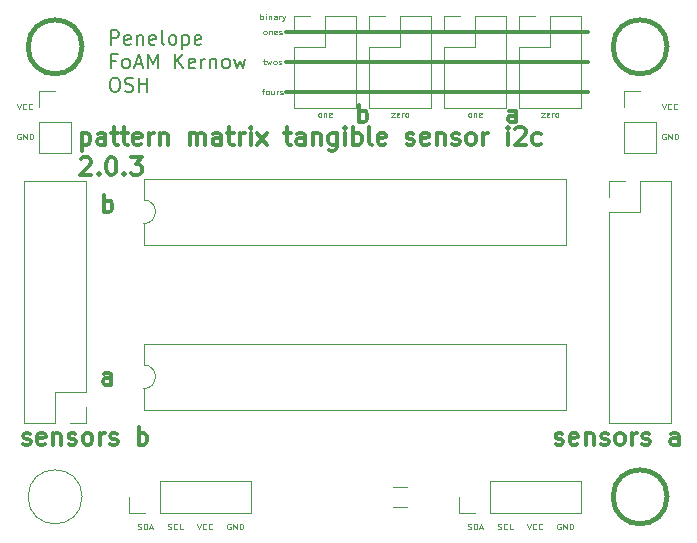
<source format=gto>
G04 #@! TF.FileFunction,Legend,Top*
%FSLAX46Y46*%
G04 Gerber Fmt 4.6, Leading zero omitted, Abs format (unit mm)*
G04 Created by KiCad (PCBNEW 4.0.7-e2-6376~58~ubuntu14.04.1) date Sat Apr 21 17:25:06 2018*
%MOMM*%
%LPD*%
G01*
G04 APERTURE LIST*
%ADD10C,0.100000*%
%ADD11C,0.300000*%
%ADD12C,0.200000*%
%ADD13C,0.120000*%
%ADD14C,0.381000*%
G04 APERTURE END LIST*
D10*
X229203334Y-131806190D02*
X229370001Y-132306190D01*
X229536667Y-131806190D01*
X229989048Y-132258571D02*
X229965238Y-132282381D01*
X229893810Y-132306190D01*
X229846191Y-132306190D01*
X229774762Y-132282381D01*
X229727143Y-132234762D01*
X229703334Y-132187143D01*
X229679524Y-132091905D01*
X229679524Y-132020476D01*
X229703334Y-131925238D01*
X229727143Y-131877619D01*
X229774762Y-131830000D01*
X229846191Y-131806190D01*
X229893810Y-131806190D01*
X229965238Y-131830000D01*
X229989048Y-131853810D01*
X230489048Y-132258571D02*
X230465238Y-132282381D01*
X230393810Y-132306190D01*
X230346191Y-132306190D01*
X230274762Y-132282381D01*
X230227143Y-132234762D01*
X230203334Y-132187143D01*
X230179524Y-132091905D01*
X230179524Y-132020476D01*
X230203334Y-131925238D01*
X230227143Y-131877619D01*
X230274762Y-131830000D01*
X230346191Y-131806190D01*
X230393810Y-131806190D01*
X230465238Y-131830000D01*
X230489048Y-131853810D01*
X174593334Y-131806190D02*
X174760001Y-132306190D01*
X174926667Y-131806190D01*
X175379048Y-132258571D02*
X175355238Y-132282381D01*
X175283810Y-132306190D01*
X175236191Y-132306190D01*
X175164762Y-132282381D01*
X175117143Y-132234762D01*
X175093334Y-132187143D01*
X175069524Y-132091905D01*
X175069524Y-132020476D01*
X175093334Y-131925238D01*
X175117143Y-131877619D01*
X175164762Y-131830000D01*
X175236191Y-131806190D01*
X175283810Y-131806190D01*
X175355238Y-131830000D01*
X175379048Y-131853810D01*
X175879048Y-132258571D02*
X175855238Y-132282381D01*
X175783810Y-132306190D01*
X175736191Y-132306190D01*
X175664762Y-132282381D01*
X175617143Y-132234762D01*
X175593334Y-132187143D01*
X175569524Y-132091905D01*
X175569524Y-132020476D01*
X175593334Y-131925238D01*
X175617143Y-131877619D01*
X175664762Y-131830000D01*
X175736191Y-131806190D01*
X175783810Y-131806190D01*
X175855238Y-131830000D01*
X175879048Y-131853810D01*
X229489047Y-134370000D02*
X229441428Y-134346190D01*
X229370000Y-134346190D01*
X229298571Y-134370000D01*
X229250952Y-134417619D01*
X229227143Y-134465238D01*
X229203333Y-134560476D01*
X229203333Y-134631905D01*
X229227143Y-134727143D01*
X229250952Y-134774762D01*
X229298571Y-134822381D01*
X229370000Y-134846190D01*
X229417619Y-134846190D01*
X229489047Y-134822381D01*
X229512857Y-134798571D01*
X229512857Y-134631905D01*
X229417619Y-134631905D01*
X229727143Y-134846190D02*
X229727143Y-134346190D01*
X230012857Y-134846190D01*
X230012857Y-134346190D01*
X230250953Y-134846190D02*
X230250953Y-134346190D01*
X230370000Y-134346190D01*
X230441429Y-134370000D01*
X230489048Y-134417619D01*
X230512857Y-134465238D01*
X230536667Y-134560476D01*
X230536667Y-134631905D01*
X230512857Y-134727143D01*
X230489048Y-134774762D01*
X230441429Y-134822381D01*
X230370000Y-134846190D01*
X230250953Y-134846190D01*
X174879047Y-134370000D02*
X174831428Y-134346190D01*
X174760000Y-134346190D01*
X174688571Y-134370000D01*
X174640952Y-134417619D01*
X174617143Y-134465238D01*
X174593333Y-134560476D01*
X174593333Y-134631905D01*
X174617143Y-134727143D01*
X174640952Y-134774762D01*
X174688571Y-134822381D01*
X174760000Y-134846190D01*
X174807619Y-134846190D01*
X174879047Y-134822381D01*
X174902857Y-134798571D01*
X174902857Y-134631905D01*
X174807619Y-134631905D01*
X175117143Y-134846190D02*
X175117143Y-134346190D01*
X175402857Y-134846190D01*
X175402857Y-134346190D01*
X175640953Y-134846190D02*
X175640953Y-134346190D01*
X175760000Y-134346190D01*
X175831429Y-134370000D01*
X175879048Y-134417619D01*
X175902857Y-134465238D01*
X175926667Y-134560476D01*
X175926667Y-134631905D01*
X175902857Y-134727143D01*
X175879048Y-134774762D01*
X175831429Y-134822381D01*
X175760000Y-134846190D01*
X175640953Y-134846190D01*
X189833334Y-167366190D02*
X190000001Y-167866190D01*
X190166667Y-167366190D01*
X190619048Y-167818571D02*
X190595238Y-167842381D01*
X190523810Y-167866190D01*
X190476191Y-167866190D01*
X190404762Y-167842381D01*
X190357143Y-167794762D01*
X190333334Y-167747143D01*
X190309524Y-167651905D01*
X190309524Y-167580476D01*
X190333334Y-167485238D01*
X190357143Y-167437619D01*
X190404762Y-167390000D01*
X190476191Y-167366190D01*
X190523810Y-167366190D01*
X190595238Y-167390000D01*
X190619048Y-167413810D01*
X191119048Y-167818571D02*
X191095238Y-167842381D01*
X191023810Y-167866190D01*
X190976191Y-167866190D01*
X190904762Y-167842381D01*
X190857143Y-167794762D01*
X190833334Y-167747143D01*
X190809524Y-167651905D01*
X190809524Y-167580476D01*
X190833334Y-167485238D01*
X190857143Y-167437619D01*
X190904762Y-167390000D01*
X190976191Y-167366190D01*
X191023810Y-167366190D01*
X191095238Y-167390000D01*
X191119048Y-167413810D01*
X192659047Y-167390000D02*
X192611428Y-167366190D01*
X192540000Y-167366190D01*
X192468571Y-167390000D01*
X192420952Y-167437619D01*
X192397143Y-167485238D01*
X192373333Y-167580476D01*
X192373333Y-167651905D01*
X192397143Y-167747143D01*
X192420952Y-167794762D01*
X192468571Y-167842381D01*
X192540000Y-167866190D01*
X192587619Y-167866190D01*
X192659047Y-167842381D01*
X192682857Y-167818571D01*
X192682857Y-167651905D01*
X192587619Y-167651905D01*
X192897143Y-167866190D02*
X192897143Y-167366190D01*
X193182857Y-167866190D01*
X193182857Y-167366190D01*
X193420953Y-167866190D02*
X193420953Y-167366190D01*
X193540000Y-167366190D01*
X193611429Y-167390000D01*
X193659048Y-167437619D01*
X193682857Y-167485238D01*
X193706667Y-167580476D01*
X193706667Y-167651905D01*
X193682857Y-167747143D01*
X193659048Y-167794762D01*
X193611429Y-167842381D01*
X193540000Y-167866190D01*
X193420953Y-167866190D01*
D11*
X180062143Y-134293571D02*
X180062143Y-135793571D01*
X180062143Y-134365000D02*
X180205000Y-134293571D01*
X180490714Y-134293571D01*
X180633571Y-134365000D01*
X180705000Y-134436429D01*
X180776429Y-134579286D01*
X180776429Y-135007857D01*
X180705000Y-135150714D01*
X180633571Y-135222143D01*
X180490714Y-135293571D01*
X180205000Y-135293571D01*
X180062143Y-135222143D01*
X182062143Y-135293571D02*
X182062143Y-134507857D01*
X181990714Y-134365000D01*
X181847857Y-134293571D01*
X181562143Y-134293571D01*
X181419286Y-134365000D01*
X182062143Y-135222143D02*
X181919286Y-135293571D01*
X181562143Y-135293571D01*
X181419286Y-135222143D01*
X181347857Y-135079286D01*
X181347857Y-134936429D01*
X181419286Y-134793571D01*
X181562143Y-134722143D01*
X181919286Y-134722143D01*
X182062143Y-134650714D01*
X182562143Y-134293571D02*
X183133572Y-134293571D01*
X182776429Y-133793571D02*
X182776429Y-135079286D01*
X182847857Y-135222143D01*
X182990715Y-135293571D01*
X183133572Y-135293571D01*
X183419286Y-134293571D02*
X183990715Y-134293571D01*
X183633572Y-133793571D02*
X183633572Y-135079286D01*
X183705000Y-135222143D01*
X183847858Y-135293571D01*
X183990715Y-135293571D01*
X185062143Y-135222143D02*
X184919286Y-135293571D01*
X184633572Y-135293571D01*
X184490715Y-135222143D01*
X184419286Y-135079286D01*
X184419286Y-134507857D01*
X184490715Y-134365000D01*
X184633572Y-134293571D01*
X184919286Y-134293571D01*
X185062143Y-134365000D01*
X185133572Y-134507857D01*
X185133572Y-134650714D01*
X184419286Y-134793571D01*
X185776429Y-135293571D02*
X185776429Y-134293571D01*
X185776429Y-134579286D02*
X185847857Y-134436429D01*
X185919286Y-134365000D01*
X186062143Y-134293571D01*
X186205000Y-134293571D01*
X186705000Y-134293571D02*
X186705000Y-135293571D01*
X186705000Y-134436429D02*
X186776428Y-134365000D01*
X186919286Y-134293571D01*
X187133571Y-134293571D01*
X187276428Y-134365000D01*
X187347857Y-134507857D01*
X187347857Y-135293571D01*
X189205000Y-135293571D02*
X189205000Y-134293571D01*
X189205000Y-134436429D02*
X189276428Y-134365000D01*
X189419286Y-134293571D01*
X189633571Y-134293571D01*
X189776428Y-134365000D01*
X189847857Y-134507857D01*
X189847857Y-135293571D01*
X189847857Y-134507857D02*
X189919286Y-134365000D01*
X190062143Y-134293571D01*
X190276428Y-134293571D01*
X190419286Y-134365000D01*
X190490714Y-134507857D01*
X190490714Y-135293571D01*
X191847857Y-135293571D02*
X191847857Y-134507857D01*
X191776428Y-134365000D01*
X191633571Y-134293571D01*
X191347857Y-134293571D01*
X191205000Y-134365000D01*
X191847857Y-135222143D02*
X191705000Y-135293571D01*
X191347857Y-135293571D01*
X191205000Y-135222143D01*
X191133571Y-135079286D01*
X191133571Y-134936429D01*
X191205000Y-134793571D01*
X191347857Y-134722143D01*
X191705000Y-134722143D01*
X191847857Y-134650714D01*
X192347857Y-134293571D02*
X192919286Y-134293571D01*
X192562143Y-133793571D02*
X192562143Y-135079286D01*
X192633571Y-135222143D01*
X192776429Y-135293571D01*
X192919286Y-135293571D01*
X193419286Y-135293571D02*
X193419286Y-134293571D01*
X193419286Y-134579286D02*
X193490714Y-134436429D01*
X193562143Y-134365000D01*
X193705000Y-134293571D01*
X193847857Y-134293571D01*
X194347857Y-135293571D02*
X194347857Y-134293571D01*
X194347857Y-133793571D02*
X194276428Y-133865000D01*
X194347857Y-133936429D01*
X194419285Y-133865000D01*
X194347857Y-133793571D01*
X194347857Y-133936429D01*
X194919286Y-135293571D02*
X195705000Y-134293571D01*
X194919286Y-134293571D02*
X195705000Y-135293571D01*
X197205000Y-134293571D02*
X197776429Y-134293571D01*
X197419286Y-133793571D02*
X197419286Y-135079286D01*
X197490714Y-135222143D01*
X197633572Y-135293571D01*
X197776429Y-135293571D01*
X198919286Y-135293571D02*
X198919286Y-134507857D01*
X198847857Y-134365000D01*
X198705000Y-134293571D01*
X198419286Y-134293571D01*
X198276429Y-134365000D01*
X198919286Y-135222143D02*
X198776429Y-135293571D01*
X198419286Y-135293571D01*
X198276429Y-135222143D01*
X198205000Y-135079286D01*
X198205000Y-134936429D01*
X198276429Y-134793571D01*
X198419286Y-134722143D01*
X198776429Y-134722143D01*
X198919286Y-134650714D01*
X199633572Y-134293571D02*
X199633572Y-135293571D01*
X199633572Y-134436429D02*
X199705000Y-134365000D01*
X199847858Y-134293571D01*
X200062143Y-134293571D01*
X200205000Y-134365000D01*
X200276429Y-134507857D01*
X200276429Y-135293571D01*
X201633572Y-134293571D02*
X201633572Y-135507857D01*
X201562143Y-135650714D01*
X201490715Y-135722143D01*
X201347858Y-135793571D01*
X201133572Y-135793571D01*
X200990715Y-135722143D01*
X201633572Y-135222143D02*
X201490715Y-135293571D01*
X201205001Y-135293571D01*
X201062143Y-135222143D01*
X200990715Y-135150714D01*
X200919286Y-135007857D01*
X200919286Y-134579286D01*
X200990715Y-134436429D01*
X201062143Y-134365000D01*
X201205001Y-134293571D01*
X201490715Y-134293571D01*
X201633572Y-134365000D01*
X202347858Y-135293571D02*
X202347858Y-134293571D01*
X202347858Y-133793571D02*
X202276429Y-133865000D01*
X202347858Y-133936429D01*
X202419286Y-133865000D01*
X202347858Y-133793571D01*
X202347858Y-133936429D01*
X203062144Y-135293571D02*
X203062144Y-133793571D01*
X203062144Y-134365000D02*
X203205001Y-134293571D01*
X203490715Y-134293571D01*
X203633572Y-134365000D01*
X203705001Y-134436429D01*
X203776430Y-134579286D01*
X203776430Y-135007857D01*
X203705001Y-135150714D01*
X203633572Y-135222143D01*
X203490715Y-135293571D01*
X203205001Y-135293571D01*
X203062144Y-135222143D01*
X204633573Y-135293571D02*
X204490715Y-135222143D01*
X204419287Y-135079286D01*
X204419287Y-133793571D01*
X205776429Y-135222143D02*
X205633572Y-135293571D01*
X205347858Y-135293571D01*
X205205001Y-135222143D01*
X205133572Y-135079286D01*
X205133572Y-134507857D01*
X205205001Y-134365000D01*
X205347858Y-134293571D01*
X205633572Y-134293571D01*
X205776429Y-134365000D01*
X205847858Y-134507857D01*
X205847858Y-134650714D01*
X205133572Y-134793571D01*
X207562143Y-135222143D02*
X207705000Y-135293571D01*
X207990715Y-135293571D01*
X208133572Y-135222143D01*
X208205000Y-135079286D01*
X208205000Y-135007857D01*
X208133572Y-134865000D01*
X207990715Y-134793571D01*
X207776429Y-134793571D01*
X207633572Y-134722143D01*
X207562143Y-134579286D01*
X207562143Y-134507857D01*
X207633572Y-134365000D01*
X207776429Y-134293571D01*
X207990715Y-134293571D01*
X208133572Y-134365000D01*
X209419286Y-135222143D02*
X209276429Y-135293571D01*
X208990715Y-135293571D01*
X208847858Y-135222143D01*
X208776429Y-135079286D01*
X208776429Y-134507857D01*
X208847858Y-134365000D01*
X208990715Y-134293571D01*
X209276429Y-134293571D01*
X209419286Y-134365000D01*
X209490715Y-134507857D01*
X209490715Y-134650714D01*
X208776429Y-134793571D01*
X210133572Y-134293571D02*
X210133572Y-135293571D01*
X210133572Y-134436429D02*
X210205000Y-134365000D01*
X210347858Y-134293571D01*
X210562143Y-134293571D01*
X210705000Y-134365000D01*
X210776429Y-134507857D01*
X210776429Y-135293571D01*
X211419286Y-135222143D02*
X211562143Y-135293571D01*
X211847858Y-135293571D01*
X211990715Y-135222143D01*
X212062143Y-135079286D01*
X212062143Y-135007857D01*
X211990715Y-134865000D01*
X211847858Y-134793571D01*
X211633572Y-134793571D01*
X211490715Y-134722143D01*
X211419286Y-134579286D01*
X211419286Y-134507857D01*
X211490715Y-134365000D01*
X211633572Y-134293571D01*
X211847858Y-134293571D01*
X211990715Y-134365000D01*
X212919287Y-135293571D02*
X212776429Y-135222143D01*
X212705001Y-135150714D01*
X212633572Y-135007857D01*
X212633572Y-134579286D01*
X212705001Y-134436429D01*
X212776429Y-134365000D01*
X212919287Y-134293571D01*
X213133572Y-134293571D01*
X213276429Y-134365000D01*
X213347858Y-134436429D01*
X213419287Y-134579286D01*
X213419287Y-135007857D01*
X213347858Y-135150714D01*
X213276429Y-135222143D01*
X213133572Y-135293571D01*
X212919287Y-135293571D01*
X214062144Y-135293571D02*
X214062144Y-134293571D01*
X214062144Y-134579286D02*
X214133572Y-134436429D01*
X214205001Y-134365000D01*
X214347858Y-134293571D01*
X214490715Y-134293571D01*
X216133572Y-135293571D02*
X216133572Y-134293571D01*
X216133572Y-133793571D02*
X216062143Y-133865000D01*
X216133572Y-133936429D01*
X216205000Y-133865000D01*
X216133572Y-133793571D01*
X216133572Y-133936429D01*
X216776429Y-133936429D02*
X216847858Y-133865000D01*
X216990715Y-133793571D01*
X217347858Y-133793571D01*
X217490715Y-133865000D01*
X217562144Y-133936429D01*
X217633572Y-134079286D01*
X217633572Y-134222143D01*
X217562144Y-134436429D01*
X216705001Y-135293571D01*
X217633572Y-135293571D01*
X218919286Y-135222143D02*
X218776429Y-135293571D01*
X218490715Y-135293571D01*
X218347857Y-135222143D01*
X218276429Y-135150714D01*
X218205000Y-135007857D01*
X218205000Y-134579286D01*
X218276429Y-134436429D01*
X218347857Y-134365000D01*
X218490715Y-134293571D01*
X218776429Y-134293571D01*
X218919286Y-134365000D01*
X179990714Y-136486429D02*
X180062143Y-136415000D01*
X180205000Y-136343571D01*
X180562143Y-136343571D01*
X180705000Y-136415000D01*
X180776429Y-136486429D01*
X180847857Y-136629286D01*
X180847857Y-136772143D01*
X180776429Y-136986429D01*
X179919286Y-137843571D01*
X180847857Y-137843571D01*
X181490714Y-137700714D02*
X181562142Y-137772143D01*
X181490714Y-137843571D01*
X181419285Y-137772143D01*
X181490714Y-137700714D01*
X181490714Y-137843571D01*
X182490714Y-136343571D02*
X182633571Y-136343571D01*
X182776428Y-136415000D01*
X182847857Y-136486429D01*
X182919286Y-136629286D01*
X182990714Y-136915000D01*
X182990714Y-137272143D01*
X182919286Y-137557857D01*
X182847857Y-137700714D01*
X182776428Y-137772143D01*
X182633571Y-137843571D01*
X182490714Y-137843571D01*
X182347857Y-137772143D01*
X182276428Y-137700714D01*
X182205000Y-137557857D01*
X182133571Y-137272143D01*
X182133571Y-136915000D01*
X182205000Y-136629286D01*
X182276428Y-136486429D01*
X182347857Y-136415000D01*
X182490714Y-136343571D01*
X183633571Y-137700714D02*
X183704999Y-137772143D01*
X183633571Y-137843571D01*
X183562142Y-137772143D01*
X183633571Y-137700714D01*
X183633571Y-137843571D01*
X184205000Y-136343571D02*
X185133571Y-136343571D01*
X184633571Y-136915000D01*
X184847857Y-136915000D01*
X184990714Y-136986429D01*
X185062143Y-137057857D01*
X185133571Y-137200714D01*
X185133571Y-137557857D01*
X185062143Y-137700714D01*
X184990714Y-137772143D01*
X184847857Y-137843571D01*
X184419285Y-137843571D01*
X184276428Y-137772143D01*
X184205000Y-137700714D01*
X181923572Y-141013571D02*
X181923572Y-139513571D01*
X181923572Y-140085000D02*
X182066429Y-140013571D01*
X182352143Y-140013571D01*
X182495000Y-140085000D01*
X182566429Y-140156429D01*
X182637858Y-140299286D01*
X182637858Y-140727857D01*
X182566429Y-140870714D01*
X182495000Y-140942143D01*
X182352143Y-141013571D01*
X182066429Y-141013571D01*
X181923572Y-140942143D01*
X175090000Y-160627143D02*
X175232857Y-160698571D01*
X175518572Y-160698571D01*
X175661429Y-160627143D01*
X175732857Y-160484286D01*
X175732857Y-160412857D01*
X175661429Y-160270000D01*
X175518572Y-160198571D01*
X175304286Y-160198571D01*
X175161429Y-160127143D01*
X175090000Y-159984286D01*
X175090000Y-159912857D01*
X175161429Y-159770000D01*
X175304286Y-159698571D01*
X175518572Y-159698571D01*
X175661429Y-159770000D01*
X176947143Y-160627143D02*
X176804286Y-160698571D01*
X176518572Y-160698571D01*
X176375715Y-160627143D01*
X176304286Y-160484286D01*
X176304286Y-159912857D01*
X176375715Y-159770000D01*
X176518572Y-159698571D01*
X176804286Y-159698571D01*
X176947143Y-159770000D01*
X177018572Y-159912857D01*
X177018572Y-160055714D01*
X176304286Y-160198571D01*
X177661429Y-159698571D02*
X177661429Y-160698571D01*
X177661429Y-159841429D02*
X177732857Y-159770000D01*
X177875715Y-159698571D01*
X178090000Y-159698571D01*
X178232857Y-159770000D01*
X178304286Y-159912857D01*
X178304286Y-160698571D01*
X178947143Y-160627143D02*
X179090000Y-160698571D01*
X179375715Y-160698571D01*
X179518572Y-160627143D01*
X179590000Y-160484286D01*
X179590000Y-160412857D01*
X179518572Y-160270000D01*
X179375715Y-160198571D01*
X179161429Y-160198571D01*
X179018572Y-160127143D01*
X178947143Y-159984286D01*
X178947143Y-159912857D01*
X179018572Y-159770000D01*
X179161429Y-159698571D01*
X179375715Y-159698571D01*
X179518572Y-159770000D01*
X180447144Y-160698571D02*
X180304286Y-160627143D01*
X180232858Y-160555714D01*
X180161429Y-160412857D01*
X180161429Y-159984286D01*
X180232858Y-159841429D01*
X180304286Y-159770000D01*
X180447144Y-159698571D01*
X180661429Y-159698571D01*
X180804286Y-159770000D01*
X180875715Y-159841429D01*
X180947144Y-159984286D01*
X180947144Y-160412857D01*
X180875715Y-160555714D01*
X180804286Y-160627143D01*
X180661429Y-160698571D01*
X180447144Y-160698571D01*
X181590001Y-160698571D02*
X181590001Y-159698571D01*
X181590001Y-159984286D02*
X181661429Y-159841429D01*
X181732858Y-159770000D01*
X181875715Y-159698571D01*
X182018572Y-159698571D01*
X182447143Y-160627143D02*
X182590000Y-160698571D01*
X182875715Y-160698571D01*
X183018572Y-160627143D01*
X183090000Y-160484286D01*
X183090000Y-160412857D01*
X183018572Y-160270000D01*
X182875715Y-160198571D01*
X182661429Y-160198571D01*
X182518572Y-160127143D01*
X182447143Y-159984286D01*
X182447143Y-159912857D01*
X182518572Y-159770000D01*
X182661429Y-159698571D01*
X182875715Y-159698571D01*
X183018572Y-159770000D01*
X184875715Y-160698571D02*
X184875715Y-159198571D01*
X184875715Y-159770000D02*
X185018572Y-159698571D01*
X185304286Y-159698571D01*
X185447143Y-159770000D01*
X185518572Y-159841429D01*
X185590001Y-159984286D01*
X185590001Y-160412857D01*
X185518572Y-160555714D01*
X185447143Y-160627143D01*
X185304286Y-160698571D01*
X185018572Y-160698571D01*
X184875715Y-160627143D01*
D10*
X184812858Y-167842381D02*
X184884287Y-167866190D01*
X185003334Y-167866190D01*
X185050953Y-167842381D01*
X185074763Y-167818571D01*
X185098572Y-167770952D01*
X185098572Y-167723333D01*
X185074763Y-167675714D01*
X185050953Y-167651905D01*
X185003334Y-167628095D01*
X184908096Y-167604286D01*
X184860477Y-167580476D01*
X184836668Y-167556667D01*
X184812858Y-167509048D01*
X184812858Y-167461429D01*
X184836668Y-167413810D01*
X184860477Y-167390000D01*
X184908096Y-167366190D01*
X185027144Y-167366190D01*
X185098572Y-167390000D01*
X185312858Y-167866190D02*
X185312858Y-167366190D01*
X185431905Y-167366190D01*
X185503334Y-167390000D01*
X185550953Y-167437619D01*
X185574762Y-167485238D01*
X185598572Y-167580476D01*
X185598572Y-167651905D01*
X185574762Y-167747143D01*
X185550953Y-167794762D01*
X185503334Y-167842381D01*
X185431905Y-167866190D01*
X185312858Y-167866190D01*
X185789048Y-167723333D02*
X186027143Y-167723333D01*
X185741429Y-167866190D02*
X185908096Y-167366190D01*
X186074762Y-167866190D01*
X187364762Y-167842381D02*
X187436191Y-167866190D01*
X187555238Y-167866190D01*
X187602857Y-167842381D01*
X187626667Y-167818571D01*
X187650476Y-167770952D01*
X187650476Y-167723333D01*
X187626667Y-167675714D01*
X187602857Y-167651905D01*
X187555238Y-167628095D01*
X187460000Y-167604286D01*
X187412381Y-167580476D01*
X187388572Y-167556667D01*
X187364762Y-167509048D01*
X187364762Y-167461429D01*
X187388572Y-167413810D01*
X187412381Y-167390000D01*
X187460000Y-167366190D01*
X187579048Y-167366190D01*
X187650476Y-167390000D01*
X188150476Y-167818571D02*
X188126666Y-167842381D01*
X188055238Y-167866190D01*
X188007619Y-167866190D01*
X187936190Y-167842381D01*
X187888571Y-167794762D01*
X187864762Y-167747143D01*
X187840952Y-167651905D01*
X187840952Y-167580476D01*
X187864762Y-167485238D01*
X187888571Y-167437619D01*
X187936190Y-167390000D01*
X188007619Y-167366190D01*
X188055238Y-167366190D01*
X188126666Y-167390000D01*
X188150476Y-167413810D01*
X188602857Y-167866190D02*
X188364762Y-167866190D01*
X188364762Y-167366190D01*
D11*
X182566429Y-155618571D02*
X182566429Y-154832857D01*
X182495000Y-154690000D01*
X182352143Y-154618571D01*
X182066429Y-154618571D01*
X181923572Y-154690000D01*
X182566429Y-155547143D02*
X182423572Y-155618571D01*
X182066429Y-155618571D01*
X181923572Y-155547143D01*
X181852143Y-155404286D01*
X181852143Y-155261429D01*
X181923572Y-155118571D01*
X182066429Y-155047143D01*
X182423572Y-155047143D01*
X182566429Y-154975714D01*
X220175000Y-160627143D02*
X220317857Y-160698571D01*
X220603572Y-160698571D01*
X220746429Y-160627143D01*
X220817857Y-160484286D01*
X220817857Y-160412857D01*
X220746429Y-160270000D01*
X220603572Y-160198571D01*
X220389286Y-160198571D01*
X220246429Y-160127143D01*
X220175000Y-159984286D01*
X220175000Y-159912857D01*
X220246429Y-159770000D01*
X220389286Y-159698571D01*
X220603572Y-159698571D01*
X220746429Y-159770000D01*
X222032143Y-160627143D02*
X221889286Y-160698571D01*
X221603572Y-160698571D01*
X221460715Y-160627143D01*
X221389286Y-160484286D01*
X221389286Y-159912857D01*
X221460715Y-159770000D01*
X221603572Y-159698571D01*
X221889286Y-159698571D01*
X222032143Y-159770000D01*
X222103572Y-159912857D01*
X222103572Y-160055714D01*
X221389286Y-160198571D01*
X222746429Y-159698571D02*
X222746429Y-160698571D01*
X222746429Y-159841429D02*
X222817857Y-159770000D01*
X222960715Y-159698571D01*
X223175000Y-159698571D01*
X223317857Y-159770000D01*
X223389286Y-159912857D01*
X223389286Y-160698571D01*
X224032143Y-160627143D02*
X224175000Y-160698571D01*
X224460715Y-160698571D01*
X224603572Y-160627143D01*
X224675000Y-160484286D01*
X224675000Y-160412857D01*
X224603572Y-160270000D01*
X224460715Y-160198571D01*
X224246429Y-160198571D01*
X224103572Y-160127143D01*
X224032143Y-159984286D01*
X224032143Y-159912857D01*
X224103572Y-159770000D01*
X224246429Y-159698571D01*
X224460715Y-159698571D01*
X224603572Y-159770000D01*
X225532144Y-160698571D02*
X225389286Y-160627143D01*
X225317858Y-160555714D01*
X225246429Y-160412857D01*
X225246429Y-159984286D01*
X225317858Y-159841429D01*
X225389286Y-159770000D01*
X225532144Y-159698571D01*
X225746429Y-159698571D01*
X225889286Y-159770000D01*
X225960715Y-159841429D01*
X226032144Y-159984286D01*
X226032144Y-160412857D01*
X225960715Y-160555714D01*
X225889286Y-160627143D01*
X225746429Y-160698571D01*
X225532144Y-160698571D01*
X226675001Y-160698571D02*
X226675001Y-159698571D01*
X226675001Y-159984286D02*
X226746429Y-159841429D01*
X226817858Y-159770000D01*
X226960715Y-159698571D01*
X227103572Y-159698571D01*
X227532143Y-160627143D02*
X227675000Y-160698571D01*
X227960715Y-160698571D01*
X228103572Y-160627143D01*
X228175000Y-160484286D01*
X228175000Y-160412857D01*
X228103572Y-160270000D01*
X227960715Y-160198571D01*
X227746429Y-160198571D01*
X227603572Y-160127143D01*
X227532143Y-159984286D01*
X227532143Y-159912857D01*
X227603572Y-159770000D01*
X227746429Y-159698571D01*
X227960715Y-159698571D01*
X228103572Y-159770000D01*
X230603572Y-160698571D02*
X230603572Y-159912857D01*
X230532143Y-159770000D01*
X230389286Y-159698571D01*
X230103572Y-159698571D01*
X229960715Y-159770000D01*
X230603572Y-160627143D02*
X230460715Y-160698571D01*
X230103572Y-160698571D01*
X229960715Y-160627143D01*
X229889286Y-160484286D01*
X229889286Y-160341429D01*
X229960715Y-160198571D01*
X230103572Y-160127143D01*
X230460715Y-160127143D01*
X230603572Y-160055714D01*
D10*
X220599047Y-167390000D02*
X220551428Y-167366190D01*
X220480000Y-167366190D01*
X220408571Y-167390000D01*
X220360952Y-167437619D01*
X220337143Y-167485238D01*
X220313333Y-167580476D01*
X220313333Y-167651905D01*
X220337143Y-167747143D01*
X220360952Y-167794762D01*
X220408571Y-167842381D01*
X220480000Y-167866190D01*
X220527619Y-167866190D01*
X220599047Y-167842381D01*
X220622857Y-167818571D01*
X220622857Y-167651905D01*
X220527619Y-167651905D01*
X220837143Y-167866190D02*
X220837143Y-167366190D01*
X221122857Y-167866190D01*
X221122857Y-167366190D01*
X221360953Y-167866190D02*
X221360953Y-167366190D01*
X221480000Y-167366190D01*
X221551429Y-167390000D01*
X221599048Y-167437619D01*
X221622857Y-167485238D01*
X221646667Y-167580476D01*
X221646667Y-167651905D01*
X221622857Y-167747143D01*
X221599048Y-167794762D01*
X221551429Y-167842381D01*
X221480000Y-167866190D01*
X221360953Y-167866190D01*
X217773334Y-167366190D02*
X217940001Y-167866190D01*
X218106667Y-167366190D01*
X218559048Y-167818571D02*
X218535238Y-167842381D01*
X218463810Y-167866190D01*
X218416191Y-167866190D01*
X218344762Y-167842381D01*
X218297143Y-167794762D01*
X218273334Y-167747143D01*
X218249524Y-167651905D01*
X218249524Y-167580476D01*
X218273334Y-167485238D01*
X218297143Y-167437619D01*
X218344762Y-167390000D01*
X218416191Y-167366190D01*
X218463810Y-167366190D01*
X218535238Y-167390000D01*
X218559048Y-167413810D01*
X219059048Y-167818571D02*
X219035238Y-167842381D01*
X218963810Y-167866190D01*
X218916191Y-167866190D01*
X218844762Y-167842381D01*
X218797143Y-167794762D01*
X218773334Y-167747143D01*
X218749524Y-167651905D01*
X218749524Y-167580476D01*
X218773334Y-167485238D01*
X218797143Y-167437619D01*
X218844762Y-167390000D01*
X218916191Y-167366190D01*
X218963810Y-167366190D01*
X219035238Y-167390000D01*
X219059048Y-167413810D01*
X215304762Y-167842381D02*
X215376191Y-167866190D01*
X215495238Y-167866190D01*
X215542857Y-167842381D01*
X215566667Y-167818571D01*
X215590476Y-167770952D01*
X215590476Y-167723333D01*
X215566667Y-167675714D01*
X215542857Y-167651905D01*
X215495238Y-167628095D01*
X215400000Y-167604286D01*
X215352381Y-167580476D01*
X215328572Y-167556667D01*
X215304762Y-167509048D01*
X215304762Y-167461429D01*
X215328572Y-167413810D01*
X215352381Y-167390000D01*
X215400000Y-167366190D01*
X215519048Y-167366190D01*
X215590476Y-167390000D01*
X216090476Y-167818571D02*
X216066666Y-167842381D01*
X215995238Y-167866190D01*
X215947619Y-167866190D01*
X215876190Y-167842381D01*
X215828571Y-167794762D01*
X215804762Y-167747143D01*
X215780952Y-167651905D01*
X215780952Y-167580476D01*
X215804762Y-167485238D01*
X215828571Y-167437619D01*
X215876190Y-167390000D01*
X215947619Y-167366190D01*
X215995238Y-167366190D01*
X216066666Y-167390000D01*
X216090476Y-167413810D01*
X216542857Y-167866190D02*
X216304762Y-167866190D01*
X216304762Y-167366190D01*
X212752858Y-167842381D02*
X212824287Y-167866190D01*
X212943334Y-167866190D01*
X212990953Y-167842381D01*
X213014763Y-167818571D01*
X213038572Y-167770952D01*
X213038572Y-167723333D01*
X213014763Y-167675714D01*
X212990953Y-167651905D01*
X212943334Y-167628095D01*
X212848096Y-167604286D01*
X212800477Y-167580476D01*
X212776668Y-167556667D01*
X212752858Y-167509048D01*
X212752858Y-167461429D01*
X212776668Y-167413810D01*
X212800477Y-167390000D01*
X212848096Y-167366190D01*
X212967144Y-167366190D01*
X213038572Y-167390000D01*
X213252858Y-167866190D02*
X213252858Y-167366190D01*
X213371905Y-167366190D01*
X213443334Y-167390000D01*
X213490953Y-167437619D01*
X213514762Y-167485238D01*
X213538572Y-167580476D01*
X213538572Y-167651905D01*
X213514762Y-167747143D01*
X213490953Y-167794762D01*
X213443334Y-167842381D01*
X213371905Y-167866190D01*
X213252858Y-167866190D01*
X213729048Y-167723333D02*
X213967143Y-167723333D01*
X213681429Y-167866190D02*
X213848096Y-167366190D01*
X214014762Y-167866190D01*
D12*
X182530714Y-126812857D02*
X182530714Y-125612857D01*
X182987857Y-125612857D01*
X183102143Y-125670000D01*
X183159286Y-125727143D01*
X183216429Y-125841429D01*
X183216429Y-126012857D01*
X183159286Y-126127143D01*
X183102143Y-126184286D01*
X182987857Y-126241429D01*
X182530714Y-126241429D01*
X184187857Y-126755714D02*
X184073571Y-126812857D01*
X183845000Y-126812857D01*
X183730714Y-126755714D01*
X183673571Y-126641429D01*
X183673571Y-126184286D01*
X183730714Y-126070000D01*
X183845000Y-126012857D01*
X184073571Y-126012857D01*
X184187857Y-126070000D01*
X184245000Y-126184286D01*
X184245000Y-126298571D01*
X183673571Y-126412857D01*
X184759285Y-126012857D02*
X184759285Y-126812857D01*
X184759285Y-126127143D02*
X184816428Y-126070000D01*
X184930714Y-126012857D01*
X185102142Y-126012857D01*
X185216428Y-126070000D01*
X185273571Y-126184286D01*
X185273571Y-126812857D01*
X186302142Y-126755714D02*
X186187856Y-126812857D01*
X185959285Y-126812857D01*
X185844999Y-126755714D01*
X185787856Y-126641429D01*
X185787856Y-126184286D01*
X185844999Y-126070000D01*
X185959285Y-126012857D01*
X186187856Y-126012857D01*
X186302142Y-126070000D01*
X186359285Y-126184286D01*
X186359285Y-126298571D01*
X185787856Y-126412857D01*
X187044999Y-126812857D02*
X186930713Y-126755714D01*
X186873570Y-126641429D01*
X186873570Y-125612857D01*
X187673570Y-126812857D02*
X187559284Y-126755714D01*
X187502141Y-126698571D01*
X187444998Y-126584286D01*
X187444998Y-126241429D01*
X187502141Y-126127143D01*
X187559284Y-126070000D01*
X187673570Y-126012857D01*
X187844998Y-126012857D01*
X187959284Y-126070000D01*
X188016427Y-126127143D01*
X188073570Y-126241429D01*
X188073570Y-126584286D01*
X188016427Y-126698571D01*
X187959284Y-126755714D01*
X187844998Y-126812857D01*
X187673570Y-126812857D01*
X188587855Y-126012857D02*
X188587855Y-127212857D01*
X188587855Y-126070000D02*
X188702141Y-126012857D01*
X188930712Y-126012857D01*
X189044998Y-126070000D01*
X189102141Y-126127143D01*
X189159284Y-126241429D01*
X189159284Y-126584286D01*
X189102141Y-126698571D01*
X189044998Y-126755714D01*
X188930712Y-126812857D01*
X188702141Y-126812857D01*
X188587855Y-126755714D01*
X190130712Y-126755714D02*
X190016426Y-126812857D01*
X189787855Y-126812857D01*
X189673569Y-126755714D01*
X189616426Y-126641429D01*
X189616426Y-126184286D01*
X189673569Y-126070000D01*
X189787855Y-126012857D01*
X190016426Y-126012857D01*
X190130712Y-126070000D01*
X190187855Y-126184286D01*
X190187855Y-126298571D01*
X189616426Y-126412857D01*
X182930714Y-128184286D02*
X182530714Y-128184286D01*
X182530714Y-128812857D02*
X182530714Y-127612857D01*
X183102143Y-127612857D01*
X183730714Y-128812857D02*
X183616428Y-128755714D01*
X183559285Y-128698571D01*
X183502142Y-128584286D01*
X183502142Y-128241429D01*
X183559285Y-128127143D01*
X183616428Y-128070000D01*
X183730714Y-128012857D01*
X183902142Y-128012857D01*
X184016428Y-128070000D01*
X184073571Y-128127143D01*
X184130714Y-128241429D01*
X184130714Y-128584286D01*
X184073571Y-128698571D01*
X184016428Y-128755714D01*
X183902142Y-128812857D01*
X183730714Y-128812857D01*
X184587856Y-128470000D02*
X185159285Y-128470000D01*
X184473571Y-128812857D02*
X184873571Y-127612857D01*
X185273571Y-128812857D01*
X185673570Y-128812857D02*
X185673570Y-127612857D01*
X186073570Y-128470000D01*
X186473570Y-127612857D01*
X186473570Y-128812857D01*
X187959285Y-128812857D02*
X187959285Y-127612857D01*
X188645000Y-128812857D02*
X188130714Y-128127143D01*
X188645000Y-127612857D02*
X187959285Y-128298571D01*
X189616428Y-128755714D02*
X189502142Y-128812857D01*
X189273571Y-128812857D01*
X189159285Y-128755714D01*
X189102142Y-128641429D01*
X189102142Y-128184286D01*
X189159285Y-128070000D01*
X189273571Y-128012857D01*
X189502142Y-128012857D01*
X189616428Y-128070000D01*
X189673571Y-128184286D01*
X189673571Y-128298571D01*
X189102142Y-128412857D01*
X190187856Y-128812857D02*
X190187856Y-128012857D01*
X190187856Y-128241429D02*
X190244999Y-128127143D01*
X190302142Y-128070000D01*
X190416428Y-128012857D01*
X190530713Y-128012857D01*
X190930713Y-128012857D02*
X190930713Y-128812857D01*
X190930713Y-128127143D02*
X190987856Y-128070000D01*
X191102142Y-128012857D01*
X191273570Y-128012857D01*
X191387856Y-128070000D01*
X191444999Y-128184286D01*
X191444999Y-128812857D01*
X192187856Y-128812857D02*
X192073570Y-128755714D01*
X192016427Y-128698571D01*
X191959284Y-128584286D01*
X191959284Y-128241429D01*
X192016427Y-128127143D01*
X192073570Y-128070000D01*
X192187856Y-128012857D01*
X192359284Y-128012857D01*
X192473570Y-128070000D01*
X192530713Y-128127143D01*
X192587856Y-128241429D01*
X192587856Y-128584286D01*
X192530713Y-128698571D01*
X192473570Y-128755714D01*
X192359284Y-128812857D01*
X192187856Y-128812857D01*
X192987856Y-128012857D02*
X193216427Y-128812857D01*
X193444998Y-128241429D01*
X193673570Y-128812857D01*
X193902141Y-128012857D01*
X182759286Y-129612857D02*
X182987857Y-129612857D01*
X183102143Y-129670000D01*
X183216429Y-129784286D01*
X183273571Y-130012857D01*
X183273571Y-130412857D01*
X183216429Y-130641429D01*
X183102143Y-130755714D01*
X182987857Y-130812857D01*
X182759286Y-130812857D01*
X182645000Y-130755714D01*
X182530714Y-130641429D01*
X182473571Y-130412857D01*
X182473571Y-130012857D01*
X182530714Y-129784286D01*
X182645000Y-129670000D01*
X182759286Y-129612857D01*
X183730714Y-130755714D02*
X183902143Y-130812857D01*
X184187857Y-130812857D01*
X184302143Y-130755714D01*
X184359286Y-130698571D01*
X184416429Y-130584286D01*
X184416429Y-130470000D01*
X184359286Y-130355714D01*
X184302143Y-130298571D01*
X184187857Y-130241429D01*
X183959286Y-130184286D01*
X183845000Y-130127143D01*
X183787857Y-130070000D01*
X183730714Y-129955714D01*
X183730714Y-129841429D01*
X183787857Y-129727143D01*
X183845000Y-129670000D01*
X183959286Y-129612857D01*
X184245000Y-129612857D01*
X184416429Y-129670000D01*
X184930714Y-130812857D02*
X184930714Y-129612857D01*
X184930714Y-130184286D02*
X185616429Y-130184286D01*
X185616429Y-130812857D02*
X185616429Y-129612857D01*
D11*
X222885000Y-128270000D02*
X197325000Y-128270000D01*
X197325000Y-125730000D02*
X222885000Y-125730000D01*
X222885000Y-130810000D02*
X197325000Y-130810000D01*
D10*
X206283810Y-132607857D02*
X206545714Y-132607857D01*
X206283810Y-132941190D01*
X206545714Y-132941190D01*
X206926667Y-132917381D02*
X206879048Y-132941190D01*
X206783810Y-132941190D01*
X206736191Y-132917381D01*
X206712381Y-132869762D01*
X206712381Y-132679286D01*
X206736191Y-132631667D01*
X206783810Y-132607857D01*
X206879048Y-132607857D01*
X206926667Y-132631667D01*
X206950476Y-132679286D01*
X206950476Y-132726905D01*
X206712381Y-132774524D01*
X207164762Y-132941190D02*
X207164762Y-132607857D01*
X207164762Y-132703095D02*
X207188571Y-132655476D01*
X207212381Y-132631667D01*
X207260000Y-132607857D01*
X207307619Y-132607857D01*
X207545714Y-132941190D02*
X207498095Y-132917381D01*
X207474286Y-132893571D01*
X207450476Y-132845952D01*
X207450476Y-132703095D01*
X207474286Y-132655476D01*
X207498095Y-132631667D01*
X207545714Y-132607857D01*
X207617143Y-132607857D01*
X207664762Y-132631667D01*
X207688571Y-132655476D01*
X207712381Y-132703095D01*
X207712381Y-132845952D01*
X207688571Y-132893571D01*
X207664762Y-132917381D01*
X207617143Y-132941190D01*
X207545714Y-132941190D01*
D11*
X203513572Y-133393571D02*
X203513572Y-131893571D01*
X203513572Y-132465000D02*
X203656429Y-132393571D01*
X203942143Y-132393571D01*
X204085000Y-132465000D01*
X204156429Y-132536429D01*
X204227858Y-132679286D01*
X204227858Y-133107857D01*
X204156429Y-133250714D01*
X204085000Y-133322143D01*
X203942143Y-133393571D01*
X203656429Y-133393571D01*
X203513572Y-133322143D01*
D10*
X212883810Y-132941190D02*
X212836191Y-132917381D01*
X212812382Y-132893571D01*
X212788572Y-132845952D01*
X212788572Y-132703095D01*
X212812382Y-132655476D01*
X212836191Y-132631667D01*
X212883810Y-132607857D01*
X212955239Y-132607857D01*
X213002858Y-132631667D01*
X213026667Y-132655476D01*
X213050477Y-132703095D01*
X213050477Y-132845952D01*
X213026667Y-132893571D01*
X213002858Y-132917381D01*
X212955239Y-132941190D01*
X212883810Y-132941190D01*
X213264763Y-132607857D02*
X213264763Y-132941190D01*
X213264763Y-132655476D02*
X213288572Y-132631667D01*
X213336191Y-132607857D01*
X213407620Y-132607857D01*
X213455239Y-132631667D01*
X213479048Y-132679286D01*
X213479048Y-132941190D01*
X213907620Y-132917381D02*
X213860001Y-132941190D01*
X213764763Y-132941190D01*
X213717144Y-132917381D01*
X213693334Y-132869762D01*
X213693334Y-132679286D01*
X213717144Y-132631667D01*
X213764763Y-132607857D01*
X213860001Y-132607857D01*
X213907620Y-132631667D01*
X213931429Y-132679286D01*
X213931429Y-132726905D01*
X213693334Y-132774524D01*
D11*
X216856429Y-133393571D02*
X216856429Y-132607857D01*
X216785000Y-132465000D01*
X216642143Y-132393571D01*
X216356429Y-132393571D01*
X216213572Y-132465000D01*
X216856429Y-133322143D02*
X216713572Y-133393571D01*
X216356429Y-133393571D01*
X216213572Y-133322143D01*
X216142143Y-133179286D01*
X216142143Y-133036429D01*
X216213572Y-132893571D01*
X216356429Y-132822143D01*
X216713572Y-132822143D01*
X216856429Y-132750714D01*
D10*
X218983810Y-132607857D02*
X219245714Y-132607857D01*
X218983810Y-132941190D01*
X219245714Y-132941190D01*
X219626667Y-132917381D02*
X219579048Y-132941190D01*
X219483810Y-132941190D01*
X219436191Y-132917381D01*
X219412381Y-132869762D01*
X219412381Y-132679286D01*
X219436191Y-132631667D01*
X219483810Y-132607857D01*
X219579048Y-132607857D01*
X219626667Y-132631667D01*
X219650476Y-132679286D01*
X219650476Y-132726905D01*
X219412381Y-132774524D01*
X219864762Y-132941190D02*
X219864762Y-132607857D01*
X219864762Y-132703095D02*
X219888571Y-132655476D01*
X219912381Y-132631667D01*
X219960000Y-132607857D01*
X220007619Y-132607857D01*
X220245714Y-132941190D02*
X220198095Y-132917381D01*
X220174286Y-132893571D01*
X220150476Y-132845952D01*
X220150476Y-132703095D01*
X220174286Y-132655476D01*
X220198095Y-132631667D01*
X220245714Y-132607857D01*
X220317143Y-132607857D01*
X220364762Y-132631667D01*
X220388571Y-132655476D01*
X220412381Y-132703095D01*
X220412381Y-132845952D01*
X220388571Y-132893571D01*
X220364762Y-132917381D01*
X220317143Y-132941190D01*
X220245714Y-132941190D01*
X200183810Y-132941190D02*
X200136191Y-132917381D01*
X200112382Y-132893571D01*
X200088572Y-132845952D01*
X200088572Y-132703095D01*
X200112382Y-132655476D01*
X200136191Y-132631667D01*
X200183810Y-132607857D01*
X200255239Y-132607857D01*
X200302858Y-132631667D01*
X200326667Y-132655476D01*
X200350477Y-132703095D01*
X200350477Y-132845952D01*
X200326667Y-132893571D01*
X200302858Y-132917381D01*
X200255239Y-132941190D01*
X200183810Y-132941190D01*
X200564763Y-132607857D02*
X200564763Y-132941190D01*
X200564763Y-132655476D02*
X200588572Y-132631667D01*
X200636191Y-132607857D01*
X200707620Y-132607857D01*
X200755239Y-132631667D01*
X200779048Y-132679286D01*
X200779048Y-132941190D01*
X201207620Y-132917381D02*
X201160001Y-132941190D01*
X201064763Y-132941190D01*
X201017144Y-132917381D01*
X200993334Y-132869762D01*
X200993334Y-132679286D01*
X201017144Y-132631667D01*
X201064763Y-132607857D01*
X201160001Y-132607857D01*
X201207620Y-132631667D01*
X201231429Y-132679286D01*
X201231429Y-132726905D01*
X200993334Y-132774524D01*
X195536429Y-125956190D02*
X195488810Y-125932381D01*
X195465001Y-125908571D01*
X195441191Y-125860952D01*
X195441191Y-125718095D01*
X195465001Y-125670476D01*
X195488810Y-125646667D01*
X195536429Y-125622857D01*
X195607858Y-125622857D01*
X195655477Y-125646667D01*
X195679286Y-125670476D01*
X195703096Y-125718095D01*
X195703096Y-125860952D01*
X195679286Y-125908571D01*
X195655477Y-125932381D01*
X195607858Y-125956190D01*
X195536429Y-125956190D01*
X195917382Y-125622857D02*
X195917382Y-125956190D01*
X195917382Y-125670476D02*
X195941191Y-125646667D01*
X195988810Y-125622857D01*
X196060239Y-125622857D01*
X196107858Y-125646667D01*
X196131667Y-125694286D01*
X196131667Y-125956190D01*
X196560239Y-125932381D02*
X196512620Y-125956190D01*
X196417382Y-125956190D01*
X196369763Y-125932381D01*
X196345953Y-125884762D01*
X196345953Y-125694286D01*
X196369763Y-125646667D01*
X196417382Y-125622857D01*
X196512620Y-125622857D01*
X196560239Y-125646667D01*
X196584048Y-125694286D01*
X196584048Y-125741905D01*
X196345953Y-125789524D01*
X196774524Y-125932381D02*
X196822143Y-125956190D01*
X196917381Y-125956190D01*
X196965000Y-125932381D01*
X196988810Y-125884762D01*
X196988810Y-125860952D01*
X196965000Y-125813333D01*
X196917381Y-125789524D01*
X196845953Y-125789524D01*
X196798334Y-125765714D01*
X196774524Y-125718095D01*
X196774524Y-125694286D01*
X196798334Y-125646667D01*
X196845953Y-125622857D01*
X196917381Y-125622857D01*
X196965000Y-125646667D01*
X195429286Y-128162857D02*
X195619762Y-128162857D01*
X195500715Y-127996190D02*
X195500715Y-128424762D01*
X195524524Y-128472381D01*
X195572143Y-128496190D01*
X195619762Y-128496190D01*
X195738810Y-128162857D02*
X195834048Y-128496190D01*
X195929286Y-128258095D01*
X196024524Y-128496190D01*
X196119762Y-128162857D01*
X196381667Y-128496190D02*
X196334048Y-128472381D01*
X196310239Y-128448571D01*
X196286429Y-128400952D01*
X196286429Y-128258095D01*
X196310239Y-128210476D01*
X196334048Y-128186667D01*
X196381667Y-128162857D01*
X196453096Y-128162857D01*
X196500715Y-128186667D01*
X196524524Y-128210476D01*
X196548334Y-128258095D01*
X196548334Y-128400952D01*
X196524524Y-128448571D01*
X196500715Y-128472381D01*
X196453096Y-128496190D01*
X196381667Y-128496190D01*
X196738810Y-128472381D02*
X196786429Y-128496190D01*
X196881667Y-128496190D01*
X196929286Y-128472381D01*
X196953096Y-128424762D01*
X196953096Y-128400952D01*
X196929286Y-128353333D01*
X196881667Y-128329524D01*
X196810239Y-128329524D01*
X196762620Y-128305714D01*
X196738810Y-128258095D01*
X196738810Y-128234286D01*
X196762620Y-128186667D01*
X196810239Y-128162857D01*
X196881667Y-128162857D01*
X196929286Y-128186667D01*
X195191191Y-124686190D02*
X195191191Y-124186190D01*
X195191191Y-124376667D02*
X195238810Y-124352857D01*
X195334048Y-124352857D01*
X195381667Y-124376667D01*
X195405476Y-124400476D01*
X195429286Y-124448095D01*
X195429286Y-124590952D01*
X195405476Y-124638571D01*
X195381667Y-124662381D01*
X195334048Y-124686190D01*
X195238810Y-124686190D01*
X195191191Y-124662381D01*
X195643572Y-124686190D02*
X195643572Y-124352857D01*
X195643572Y-124186190D02*
X195619762Y-124210000D01*
X195643572Y-124233810D01*
X195667381Y-124210000D01*
X195643572Y-124186190D01*
X195643572Y-124233810D01*
X195881667Y-124352857D02*
X195881667Y-124686190D01*
X195881667Y-124400476D02*
X195905476Y-124376667D01*
X195953095Y-124352857D01*
X196024524Y-124352857D01*
X196072143Y-124376667D01*
X196095952Y-124424286D01*
X196095952Y-124686190D01*
X196548333Y-124686190D02*
X196548333Y-124424286D01*
X196524524Y-124376667D01*
X196476905Y-124352857D01*
X196381667Y-124352857D01*
X196334048Y-124376667D01*
X196548333Y-124662381D02*
X196500714Y-124686190D01*
X196381667Y-124686190D01*
X196334048Y-124662381D01*
X196310238Y-124614762D01*
X196310238Y-124567143D01*
X196334048Y-124519524D01*
X196381667Y-124495714D01*
X196500714Y-124495714D01*
X196548333Y-124471905D01*
X196786429Y-124686190D02*
X196786429Y-124352857D01*
X196786429Y-124448095D02*
X196810238Y-124400476D01*
X196834048Y-124376667D01*
X196881667Y-124352857D01*
X196929286Y-124352857D01*
X197048334Y-124352857D02*
X197167381Y-124686190D01*
X197286429Y-124352857D02*
X197167381Y-124686190D01*
X197119762Y-124805238D01*
X197095953Y-124829048D01*
X197048334Y-124852857D01*
X195310238Y-130702857D02*
X195500714Y-130702857D01*
X195381667Y-131036190D02*
X195381667Y-130607619D01*
X195405476Y-130560000D01*
X195453095Y-130536190D01*
X195500714Y-130536190D01*
X195738809Y-131036190D02*
X195691190Y-131012381D01*
X195667381Y-130988571D01*
X195643571Y-130940952D01*
X195643571Y-130798095D01*
X195667381Y-130750476D01*
X195691190Y-130726667D01*
X195738809Y-130702857D01*
X195810238Y-130702857D01*
X195857857Y-130726667D01*
X195881666Y-130750476D01*
X195905476Y-130798095D01*
X195905476Y-130940952D01*
X195881666Y-130988571D01*
X195857857Y-131012381D01*
X195810238Y-131036190D01*
X195738809Y-131036190D01*
X196334047Y-130702857D02*
X196334047Y-131036190D01*
X196119762Y-130702857D02*
X196119762Y-130964762D01*
X196143571Y-131012381D01*
X196191190Y-131036190D01*
X196262619Y-131036190D01*
X196310238Y-131012381D01*
X196334047Y-130988571D01*
X196572143Y-131036190D02*
X196572143Y-130702857D01*
X196572143Y-130798095D02*
X196595952Y-130750476D01*
X196619762Y-130726667D01*
X196667381Y-130702857D01*
X196715000Y-130702857D01*
X196857857Y-131012381D02*
X196905476Y-131036190D01*
X197000714Y-131036190D01*
X197048333Y-131012381D01*
X197072143Y-130964762D01*
X197072143Y-130940952D01*
X197048333Y-130893333D01*
X197000714Y-130869524D01*
X196929286Y-130869524D01*
X196881667Y-130845714D01*
X196857857Y-130798095D01*
X196857857Y-130774286D01*
X196881667Y-130726667D01*
X196929286Y-130702857D01*
X197000714Y-130702857D01*
X197048333Y-130726667D01*
D13*
X224730000Y-140970000D02*
X224730000Y-158810000D01*
X224730000Y-158810000D02*
X229930000Y-158810000D01*
X229930000Y-158810000D02*
X229930000Y-138370000D01*
X229930000Y-138370000D02*
X227330000Y-138370000D01*
X227330000Y-138370000D02*
X227330000Y-140970000D01*
X227330000Y-140970000D02*
X224730000Y-140970000D01*
X224730000Y-139700000D02*
X224730000Y-138370000D01*
X224730000Y-138370000D02*
X226060000Y-138370000D01*
X185300000Y-155940000D02*
X185300000Y-157710000D01*
X185300000Y-157710000D02*
X221100000Y-157710000D01*
X221100000Y-157710000D02*
X221100000Y-152170000D01*
X221100000Y-152170000D02*
X185300000Y-152170000D01*
X185300000Y-152170000D02*
X185300000Y-153940000D01*
X185300000Y-153940000D02*
G75*
G02X185300000Y-155940000I0J-1000000D01*
G01*
X204410000Y-127000000D02*
X204410000Y-132140000D01*
X204410000Y-132140000D02*
X209610000Y-132140000D01*
X209610000Y-132140000D02*
X209610000Y-124400000D01*
X209610000Y-124400000D02*
X207010000Y-124400000D01*
X207010000Y-124400000D02*
X207010000Y-127000000D01*
X207010000Y-127000000D02*
X204410000Y-127000000D01*
X204410000Y-125730000D02*
X204410000Y-124400000D01*
X204410000Y-124400000D02*
X205740000Y-124400000D01*
X176470000Y-135950000D02*
X179130000Y-135950000D01*
X176470000Y-133350000D02*
X176470000Y-135950000D01*
X179130000Y-133350000D02*
X179130000Y-135950000D01*
X176470000Y-133350000D02*
X179130000Y-133350000D01*
X176470000Y-132080000D02*
X176470000Y-130750000D01*
X176470000Y-130750000D02*
X177800000Y-130750000D01*
D14*
X180086000Y-127000000D02*
G75*
G03X180086000Y-127000000I-2286000J0D01*
G01*
D13*
X198060000Y-127000000D02*
X198060000Y-132140000D01*
X198060000Y-132140000D02*
X203260000Y-132140000D01*
X203260000Y-132140000D02*
X203260000Y-124400000D01*
X203260000Y-124400000D02*
X200660000Y-124400000D01*
X200660000Y-124400000D02*
X200660000Y-127000000D01*
X200660000Y-127000000D02*
X198060000Y-127000000D01*
X198060000Y-125730000D02*
X198060000Y-124400000D01*
X198060000Y-124400000D02*
X199390000Y-124400000D01*
D14*
X229616000Y-165100000D02*
G75*
G03X229616000Y-165100000I-2286000J0D01*
G01*
D13*
X214630000Y-166430000D02*
X222310000Y-166430000D01*
X222310000Y-166430000D02*
X222310000Y-163770000D01*
X222310000Y-163770000D02*
X214630000Y-163770000D01*
X214630000Y-163770000D02*
X214630000Y-166430000D01*
X213360000Y-166430000D02*
X212030000Y-166430000D01*
X212030000Y-166430000D02*
X212030000Y-165100000D01*
X185300000Y-141970000D02*
X185300000Y-143740000D01*
X185300000Y-143740000D02*
X221100000Y-143740000D01*
X221100000Y-143740000D02*
X221100000Y-138200000D01*
X221100000Y-138200000D02*
X185300000Y-138200000D01*
X185300000Y-138200000D02*
X185300000Y-139970000D01*
X185300000Y-139970000D02*
G75*
G02X185300000Y-141970000I0J-1000000D01*
G01*
X207577000Y-165961000D02*
X206403000Y-165961000D01*
X207577000Y-164239000D02*
X206403000Y-164239000D01*
D14*
X229616000Y-127000000D02*
G75*
G03X229616000Y-127000000I-2286000J0D01*
G01*
D13*
X217110000Y-127000000D02*
X217110000Y-132140000D01*
X217110000Y-132140000D02*
X222310000Y-132140000D01*
X222310000Y-132140000D02*
X222310000Y-124400000D01*
X222310000Y-124400000D02*
X219710000Y-124400000D01*
X219710000Y-124400000D02*
X219710000Y-127000000D01*
X219710000Y-127000000D02*
X217110000Y-127000000D01*
X217110000Y-125730000D02*
X217110000Y-124400000D01*
X217110000Y-124400000D02*
X218440000Y-124400000D01*
X210760000Y-127000000D02*
X210760000Y-132140000D01*
X210760000Y-132140000D02*
X215960000Y-132140000D01*
X215960000Y-132140000D02*
X215960000Y-124400000D01*
X215960000Y-124400000D02*
X213360000Y-124400000D01*
X213360000Y-124400000D02*
X213360000Y-127000000D01*
X213360000Y-127000000D02*
X210760000Y-127000000D01*
X210760000Y-125730000D02*
X210760000Y-124400000D01*
X210760000Y-124400000D02*
X212090000Y-124400000D01*
X226000000Y-135950000D02*
X228660000Y-135950000D01*
X226000000Y-133350000D02*
X226000000Y-135950000D01*
X228660000Y-133350000D02*
X228660000Y-135950000D01*
X226000000Y-133350000D02*
X228660000Y-133350000D01*
X226000000Y-132080000D02*
X226000000Y-130750000D01*
X226000000Y-130750000D02*
X227330000Y-130750000D01*
X186690000Y-166430000D02*
X194370000Y-166430000D01*
X194370000Y-166430000D02*
X194370000Y-163770000D01*
X194370000Y-163770000D02*
X186690000Y-163770000D01*
X186690000Y-163770000D02*
X186690000Y-166430000D01*
X185420000Y-166430000D02*
X184090000Y-166430000D01*
X184090000Y-166430000D02*
X184090000Y-165100000D01*
X180400000Y-156210000D02*
X180400000Y-138370000D01*
X180400000Y-138370000D02*
X175200000Y-138370000D01*
X175200000Y-138370000D02*
X175200000Y-158810000D01*
X175200000Y-158810000D02*
X177800000Y-158810000D01*
X177800000Y-158810000D02*
X177800000Y-156210000D01*
X177800000Y-156210000D02*
X180400000Y-156210000D01*
X180400000Y-157480000D02*
X180400000Y-158810000D01*
X180400000Y-158810000D02*
X179070000Y-158810000D01*
X180086000Y-165100000D02*
G75*
G03X180086000Y-165100000I-2286000J0D01*
G01*
M02*

</source>
